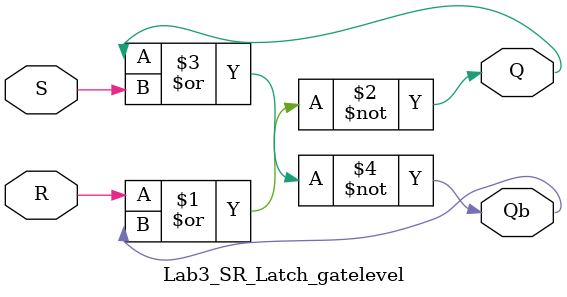
<source format=v>
module Lab3_SR_Latch_gatelevel (input S, R, output Q, Qb);
    nor #(10) g1(Q, R, Qb);
    nor #(10) g2(Qb, Q, S);
endmodule
</source>
